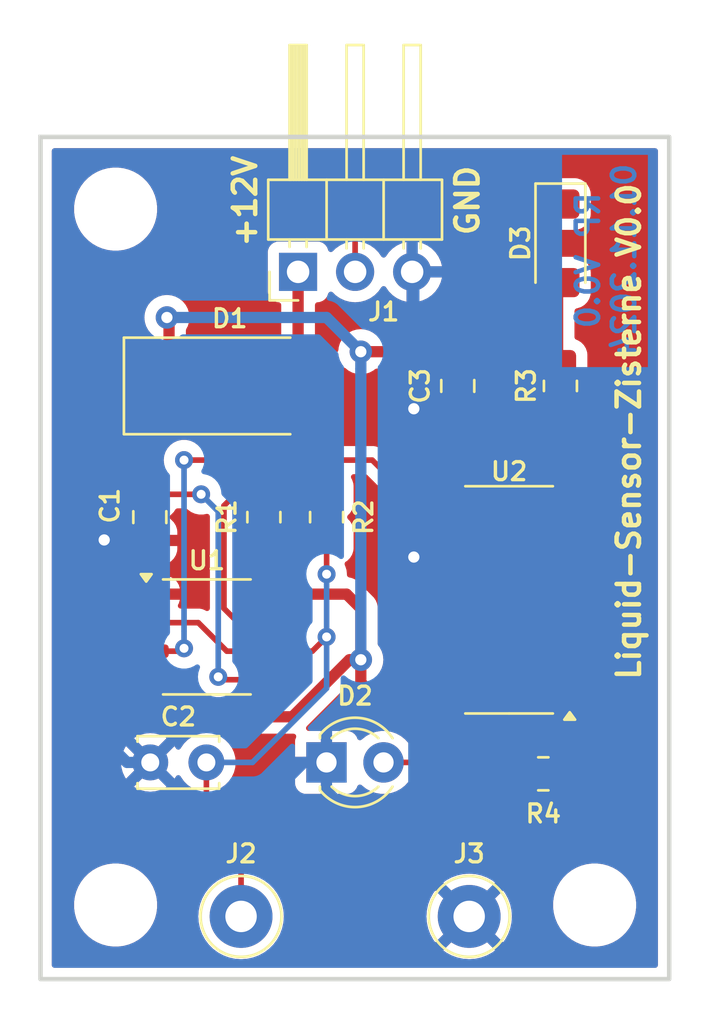
<source format=kicad_pcb>
(kicad_pcb (version 20240108) (generator "pcbnew") (generator_version "8.0")
  (layers (0 "F.Cu" signal) (31 "B.Cu" signal) (34 "B.Paste" user) (35 "F.Paste" user) (36 "B.SilkS" user "B.Silkscreen") (37 "F.SilkS" user "F.Silkscreen") (38 "B.Mask" user) (39 "F.Mask" user) (44 "Edge.Cuts" user))
  (net 0 "")
  (net 1 "Net-(U1-CV)")
  (net 2 "GND")
  (net 3 "Net-(J2-Pin_1)")
  (net 4 "+12V")
  (net 5 "Net-(D1-A)")
  (net 6 "Net-(D2-A)")
  (net 7 "/f_Out_x\\16")
  (net 8 "Net-(U1-DIS)")
  (net 9 "Net-(U2-Q3)")
  (net 10 "Net-(U2-Q11)")
  (net 11 "/f_Out")
  (net 22 "Net-(D3-A)")
  (footprint "Resistor_SMD:R_0805_2012Metric_Pad1.20x1.40mm_HandSolder" (layer "F.Cu") (at 167.894 86.36)
    (property "Reference" "R4" (at 0 1.778 0) (layer "F.SilkS") (effects (font (size 0.8 0.8))))
    (property "Value" "10k")
    (fp_line (start -0.227064 -0.735) (end 0.227064 -0.735) (stroke (width 0.12)) (layer "F.SilkS"))
    (fp_line (start -0.227064 0.735) (end 0.227064 0.735) (stroke (width 0.12)) (layer "F.SilkS"))
    (pad "1" smd roundrect (at -1 0) (size 1.2 1.4) (layers "F.Cu" "F.Paste" "F.Mask") (roundrect_rratio 0.208333) (net 6 "Net-(D2-A)"))
    (pad "2" smd roundrect (at 1 0) (size 1.2 1.4) (layers "F.Cu" "F.Paste" "F.Mask") (roundrect_rratio 0.208333) (net 10 "Net-(U2-Q11)"))
  )
  (footprint "Diode_SMD:D_MiniMELF" (layer "F.Cu") (at 168.656 62.738 -90)
    (property "Reference" "D3" (at 0 1.778 90) (layer "F.SilkS") (effects (font (size 0.8 0.8))))
    (property "Value" "LL101A-GS08")
    (fp_line (start -2.66 1.11) (end 1.75 1.11) (stroke (width 0.12)) (layer "F.SilkS"))
    (fp_line (start -2.66 -1.11) (end -2.66 1.11) (stroke (width 0.12)) (layer "F.SilkS"))
    (fp_line (start 1.75 -1.11) (end -2.66 -1.11) (stroke (width 0.12)) (layer "F.SilkS"))
    (pad "1" smd roundrect (at -1.75 0 270) (size 1.3 1.7) (layers "F.Cu" "F.Paste" "F.Mask") (roundrect_rratio 0.1923076923) (net 7 "/f_Out_x\\16"))
    (pad "2" smd roundrect (at 1.75 0 270) (size 1.3 1.7) (layers "F.Cu" "F.Paste" "F.Mask") (roundrect_rratio 0.1923076923) (net 22 "Net-(D3-A)"))
  )
  (footprint "TestPoint:TestPoint_Loop_D3.50mm_Drill1.4mm_Beaded" (layer "F.Cu") (at 164.592 92.71)
    (property "Reference" "J3" (at 0 -2.794 0) (layer "F.SilkS") (effects (font (size 0.8 0.8))))
    (property "Value" "Conn_01x01_Female")
    (fp_circle (center 0 0) (end 1.8 0) (stroke (width 0.12)) (fill none) (layer "F.SilkS"))
    (pad "1" thru_hole circle (at 0 0) (size 2.8 2.8) (drill 1.4) (layers "*.Cu" "*.Mask") (net 2 "GND"))
  )
  (footprint "Capacitor_SMD:C_0805_2012Metric_Pad1.18x1.45mm_HandSolder" (layer "F.Cu") (at 164.084 69.088 90)
    (property "Reference" "C3" (at 0 -1.68 -90) (layer "F.SilkS") (effects (font (size 0.8 0.8))))
    (property "Value" "100n")
    (fp_line (start -0.261252 -0.735) (end 0.261252 -0.735) (stroke (width 0.12)) (layer "F.SilkS"))
    (fp_line (start -0.261252 0.735) (end 0.261252 0.735) (stroke (width 0.12)) (layer "F.SilkS"))
    (pad "1" smd roundrect (at -1.0375 0 90) (size 1.175 1.45) (layers "F.Cu" "F.Paste" "F.Mask") (roundrect_rratio 0.212766) (net 2 "GND"))
    (pad "2" smd roundrect (at 1.0375 0 90) (size 1.175 1.45) (layers "F.Cu" "F.Paste" "F.Mask") (roundrect_rratio 0.212766) (net 4 "+12V"))
  )
  (footprint "Diode_SMD:D_SMB_Handsoldering" (layer "F.Cu") (at 153.924 69.088)
    (property "Reference" "D1" (at 0 -3 0) (layer "F.SilkS") (effects (font (size 0.8 0.8))))
    (property "Value" "SS310B")
    (fp_line (start -4.71 -2.15) (end -4.71 2.15) (stroke (width 0.12)) (layer "F.SilkS"))
    (fp_line (start -4.71 -2.15) (end 2.7 -2.15) (stroke (width 0.12)) (layer "F.SilkS"))
    (fp_line (start -4.71 2.15) (end 2.7 2.15) (stroke (width 0.12)) (layer "F.SilkS"))
    (pad "1" smd roundrect (at -2.7 0) (size 3.5 2.3) (layers "F.Cu" "F.Paste" "F.Mask") (roundrect_rratio 0.1086956522) (net 4 "+12V"))
    (pad "2" smd roundrect (at 2.7 0) (size 3.5 2.3) (layers "F.Cu" "F.Paste" "F.Mask") (roundrect_rratio 0.1086956522) (net 5 "Net-(D1-A)"))
  )
  (footprint "Connector_PinHeader_2.54mm:PinHeader_1x03_P2.54mm_Horizontal" (layer "F.Cu") (at 156.972 64.008 90)
    (property "Reference" "J1" (at -1.778 3.81 0) (layer "F.SilkS") (effects (font (size 0.8 0.8))))
    (property "Value" "Conn_01x03_Female")
    (fp_line (start 4.1 -1.33) (end 1.44 -1.33) (stroke (width 0.12)) (layer "F.SilkS"))
    (fp_line (start 1.44 -1.33) (end 1.44 6.41) (stroke (width 0.12)) (layer "F.SilkS"))
    (fp_line (start -1.27 -1.27) (end 0 -1.27) (stroke (width 0.12)) (layer "F.SilkS"))
    (fp_line (start 10.1 -0.38) (end 10.1 0.38) (stroke (width 0.12)) (layer "F.SilkS"))
    (fp_line (start 4.1 -0.38) (end 10.1 -0.38) (stroke (width 0.12)) (layer "F.SilkS"))
    (fp_line (start 1.11 -0.38) (end 1.44 -0.38) (stroke (width 0.12)) (layer "F.SilkS"))
    (fp_line (start 4.1 -0.32) (end 10.1 -0.32) (stroke (width 0.12)) (layer "F.SilkS"))
    (fp_line (start 4.1 -0.2) (end 10.1 -0.2) (stroke (width 0.12)) (layer "F.SilkS"))
    (fp_line (start 4.1 -0.08) (end 10.1 -0.08) (stroke (width 0.12)) (layer "F.SilkS"))
    (fp_line (start -1.27 0) (end -1.27 -1.27) (stroke (width 0.12)) (layer "F.SilkS"))
    (fp_line (start 4.1 0.04) (end 10.1 0.04) (stroke (width 0.12)) (layer "F.SilkS"))
    (fp_line (start 4.1 0.16) (end 10.1 0.16) (stroke (width 0.12)) (layer "F.SilkS"))
    (fp_line (start 4.1 0.28) (end 10.1 0.28) (stroke (width 0.12)) (layer "F.SilkS"))
    (fp_line (start 10.1 0.38) (end 4.1 0.38) (stroke (width 0.12)) (layer "F.SilkS"))
    (fp_line (start 1.11 0.38) (end 1.44 0.38) (stroke (width 0.12)) (layer "F.SilkS"))
    (fp_line (start 1.44 1.27) (end 4.1 1.27) (stroke (width 0.12)) (layer "F.SilkS"))
    (fp_line (start 10.1 2.16) (end 10.1 2.92) (stroke (width 0.12)) (layer "F.SilkS"))
    (fp_line (start 4.1 2.16) (end 10.1 2.16) (stroke (width 0.12)) (layer "F.SilkS"))
    (fp_line (start 1.042929 2.16) (end 1.44 2.16) (stroke (width 0.12)) (layer "F.SilkS"))
    (fp_line (start 10.1 2.92) (end 4.1 2.92) (stroke (width 0.12)) (layer "F.SilkS"))
    (fp_line (start 1.042929 2.92) (end 1.44 2.92) (stroke (width 0.12)) (layer "F.SilkS"))
    (fp_line (start 1.44 3.81) (end 4.1 3.81) (stroke (width 0.12)) (layer "F.SilkS"))
    (fp_line (start 10.1 4.7) (end 10.1 5.46) (stroke (width 0.12)) (layer "F.SilkS"))
    (fp_line (start 4.1 4.7) (end 10.1 4.7) (stroke (width 0.12)) (layer "F.SilkS"))
    (fp_line (start 1.042929 4.7) (end 1.44 4.7) (stroke (width 0.12)) (layer "F.SilkS"))
    (fp_line (start 10.1 5.46) (end 4.1 5.46) (stroke (width 0.12)) (layer "F.SilkS"))
    (fp_line (start 1.042929 5.46) (end 1.44 5.46) (stroke (width 0.12)) (layer "F.SilkS"))
    (fp_line (start 4.1 6.41) (end 4.1 -1.33) (stroke (width 0.12)) (layer "F.SilkS"))
    (fp_line (start 1.44 6.41) (end 4.1 6.41) (stroke (width 0.12)) (layer "F.SilkS"))
    (pad "1" thru_hole rect (at 0 0 90) (size 1.7 1.7) (drill 1) (layers "*.Cu" "*.Mask") (net 5 "Net-(D1-A)"))
    (pad "2" thru_hole oval (at 0 2.54 90) (size 1.7 1.7) (drill 1) (layers "*.Cu" "*.Mask") (net 7 "/f_Out_x\\16"))
    (pad "3" thru_hole oval (at 0 5.08 90) (size 1.7 1.7) (drill 1) (layers "*.Cu" "*.Mask") (net 2 "GND"))
  )
  (footprint "Resistor_SMD:R_0805_2012Metric_Pad1.20x1.40mm_HandSolder" (layer "F.Cu") (at 155.448 74.93 90)
    (property "Reference" "R1" (at 0 -1.65 -90) (layer "F.SilkS") (effects (font (size 0.8 0.8))))
    (property "Value" "47k")
    (fp_line (start -0.227064 -0.735) (end 0.227064 -0.735) (stroke (width 0.12)) (layer "F.SilkS"))
    (fp_line (start -0.227064 0.735) (end 0.227064 0.735) (stroke (width 0.12)) (layer "F.SilkS"))
    (pad "1" smd roundrect (at -1 0 90) (size 1.2 1.4) (layers "F.Cu" "F.Paste" "F.Mask") (roundrect_rratio 0.208333) (net 4 "+12V"))
    (pad "2" smd roundrect (at 1 0 90) (size 1.2 1.4) (layers "F.Cu" "F.Paste" "F.Mask") (roundrect_rratio 0.208333) (net 8 "Net-(U1-DIS)"))
  )
  (footprint "Resistor_SMD:R_0805_2012Metric_Pad1.20x1.40mm_HandSolder" (layer "F.Cu") (at 158.242 74.93 -90)
    (property "Reference" "R2" (at 0 -1.65 90) (layer "F.SilkS") (effects (font (size 0.8 0.8))))
    (property "Value" "1M")
    (fp_line (start -0.227064 0.735) (end 0.227064 0.735) (stroke (width 0.12)) (layer "F.SilkS"))
    (fp_line (start -0.227064 -0.735) (end 0.227064 -0.735) (stroke (width 0.12)) (layer "F.SilkS"))
    (pad "1" smd roundrect (at -1 0 270) (size 1.2 1.4) (layers "F.Cu" "F.Paste" "F.Mask") (roundrect_rratio 0.208333) (net 8 "Net-(U1-DIS)"))
    (pad "2" smd roundrect (at 1 0 270) (size 1.2 1.4) (layers "F.Cu" "F.Paste" "F.Mask") (roundrect_rratio 0.208333) (net 3 "Net-(J2-Pin_1)"))
  )
  (footprint "MountingHole:MountingHole_3.2mm_M3_DIN965" (layer "F.Cu") (at 148.844 92.202)
    (property "Reference" "H2" (hide yes))
    (property "Value" "MountingHole")
    (pad "" np_thru_hole circle (at 0 0) (size 3.2 3.2) (drill 3.2) (layers "*.Cu" "*.Mask"))
  )
  (footprint "TestPoint:TestPoint_Loop_D3.50mm_Drill1.4mm_Beaded" (layer "F.Cu") (at 154.432 92.71)
    (property "Reference" "J2" (at 0 -2.794 0) (layer "F.SilkS") (effects (font (size 0.8 0.8))))
    (property "Value" "Conn_01x01_Female")
    (fp_circle (center 0 0) (end 1.8 0) (stroke (width 0.12)) (fill none) (layer "F.SilkS"))
    (pad "1" thru_hole circle (at 0 0) (size 2.8 2.8) (drill 1.4) (layers "*.Cu" "*.Mask") (net 3 "Net-(J2-Pin_1)"))
  )
  (footprint "LED_THT:LED_D3.0mm" (layer "F.Cu") (at 158.237 85.852)
    (property "Reference" "D2" (at 1.27 -2.96 0) (layer "F.SilkS") (effects (font (size 0.8 0.8))))
    (property "Value" "LC_red")
    (fp_line (start -0.29 -1.236) (end -0.29 -1.08) (stroke (width 0.12)) (layer "F.SilkS"))
    (fp_line (start -0.29 1.08) (end -0.29 1.236) (stroke (width 0.12)) (layer "F.SilkS"))
    (fp_arc (start -0.29 -1.235516) (mid 1.366487 -1.987659) (end 2.942335 -1.078608) (stroke (width 0.12)) (layer "F.SilkS"))
    (fp_arc (start 0.229039 -1.08) (mid 1.270117 -1.5) (end 2.31113 -1.079837) (stroke (width 0.12)) (layer "F.SilkS"))
    (fp_arc (start 2.31113 1.079837) (mid 1.270117 1.5) (end 0.229039 1.08) (stroke (width 0.12)) (layer "F.SilkS"))
    (fp_arc (start 2.942335 1.078608) (mid 1.366487 1.987659) (end -0.29 1.235516) (stroke (width 0.12)) (layer "F.SilkS"))
    (pad "1" thru_hole rect (at 0 0) (size 1.8 1.8) (drill 0.9) (layers "*.Cu" "*.Mask") (net 2 "GND"))
    (pad "2" thru_hole circle (at 2.54 0) (size 1.8 1.8) (drill 0.9) (layers "*.Cu" "*.Mask") (net 6 "Net-(D2-A)"))
  )
  (footprint "Package_SO:SOIC-16_3.9x9.9mm_P1.27mm" (layer "F.Cu") (at 166.37 78.613 180)
    (property "Reference" "U2" (at 0 5.715 180) (layer "F.SilkS") (effects (font (size 0.8 0.8))))
    (property "Value" "4040")
    (fp_line (start 0 5.06) (end 1.95 5.06) (stroke (width 0.12)) (layer "F.SilkS"))
    (fp_line (start 0 5.06) (end -1.95 5.06) (stroke (width 0.12)) (layer "F.SilkS"))
    (fp_line (start 0 -5.06) (end 1.95 -5.06) (stroke (width 0.12)) (layer "F.SilkS"))
    (fp_line (start 0 -5.06) (end -1.95 -5.06) (stroke (width 0.12)) (layer "F.SilkS"))
    (fp_poly (pts (xy -2.7 -5.005) (xy -2.94 -5.335) (xy -2.46 -5.335) (xy -2.7 -5.005)) (stroke (width 0.12)) (fill solid) (layer "F.SilkS"))
    (pad "1" smd roundrect (at -2.475 -4.445 180) (size 1.95 0.6) (layers "F.Cu" "F.Paste" "F.Mask") (net 10 "Net-(U2-Q11)"))
    (pad "2" smd roundrect (at -2.475 -3.175 180) (size 1.95 0.6) (layers "F.Cu" "F.Paste" "F.Mask"))
    (pad "3" smd roundrect (at -2.475 -1.905 180) (size 1.95 0.6) (layers "F.Cu" "F.Paste" "F.Mask"))
    (pad "4" smd roundrect (at -2.475 -0.635 180) (size 1.95 0.6) (layers "F.Cu" "F.Paste" "F.Mask"))
    (pad "5" smd roundrect (at -2.475 0.635 180) (size 1.95 0.6) (layers "F.Cu" "F.Paste" "F.Mask") (net 9 "Net-(U2-Q3)"))
    (pad "6" smd roundrect (at -2.475 1.905 180) (size 1.95 0.6) (layers "F.Cu" "F.Paste" "F.Mask"))
    (pad "7" smd roundrect (at -2.475 3.175 180) (size 1.95 0.6) (layers "F.Cu" "F.Paste" "F.Mask"))
    (pad "8" smd roundrect (at -2.475 4.445 180) (size 1.95 0.6) (layers "F.Cu" "F.Paste" "F.Mask") (net 2 "GND"))
    (pad "9" smd roundrect (at 2.475 4.445 180) (size 1.95 0.6) (layers "F.Cu" "F.Paste" "F.Mask"))
    (pad "10" smd roundrect (at 2.475 3.175 180) (size 1.95 0.6) (layers "F.Cu" "F.Paste" "F.Mask") (net 11 "/f_Out"))
    (pad "11" smd roundrect (at 2.475 1.905 180) (size 1.95 0.6) (layers "F.Cu" "F.Paste" "F.Mask") (net 2 "GND"))
    (pad "12" smd roundrect (at 2.475 0.635 180) (size 1.95 0.6) (layers "F.Cu" "F.Paste" "F.Mask"))
    (pad "13" smd roundrect (at 2.475 -0.635 180) (size 1.95 0.6) (layers "F.Cu" "F.Paste" "F.Mask"))
    (pad "14" smd roundrect (at 2.475 -1.905 180) (size 1.95 0.6) (layers "F.Cu" "F.Paste" "F.Mask"))
    (pad "15" smd roundrect (at 2.475 -3.175 180) (size 1.95 0.6) (layers "F.Cu" "F.Paste" "F.Mask"))
    (pad "16" smd roundrect (at 2.475 -4.445 180) (size 1.95 0.6) (layers "F.Cu" "F.Paste" "F.Mask") (net 4 "+12V"))
  )
  (footprint "MountingHole:MountingHole_3.2mm_M3_DIN965" (layer "F.Cu") (at 170.18 92.202)
    (property "Reference" "H3" (hide yes))
    (property "Value" "MountingHole")
    (pad "" np_thru_hole circle (at 0 0) (size 3.2 3.2) (drill 3.2) (layers "*.Cu" "*.Mask"))
  )
  (footprint "Capacitor_SMD:C_0805_2012Metric_Pad1.18x1.45mm_HandSolder" (layer "F.Cu") (at 150.368 74.93 -90)
    (property "Reference" "C1" (at -0.508 1.778 90) (layer "F.SilkS") (effects (font (size 0.8 0.8))))
    (property "Value" "100n")
    (fp_line (start -0.261252 0.735) (end 0.261252 0.735) (stroke (width 0.12)) (layer "F.SilkS"))
    (fp_line (start -0.261252 -0.735) (end 0.261252 -0.735) (stroke (width 0.12)) (layer "F.SilkS"))
    (pad "1" smd roundrect (at -1.0375 0 270) (size 1.175 1.45) (layers "F.Cu" "F.Paste" "F.Mask") (roundrect_rratio 0.212766) (net 1 "Net-(U1-CV)"))
    (pad "2" smd roundrect (at 1.0375 0 270) (size 1.175 1.45) (layers "F.Cu" "F.Paste" "F.Mask") (roundrect_rratio 0.212766) (net 2 "GND"))
  )
  (footprint "Capacitor_THT:C_Disc_D3.4mm_W2.1mm_P2.50mm" (layer "F.Cu") (at 150.388 85.852)
    (property "Reference" "C2" (at 1.25 -2.032 0) (layer "F.SilkS") (effects (font (size 0.8 0.8))))
    (property "Value" "33p")
    (fp_line (start -0.57 -1.17) (end -0.57 -0.925) (stroke (width 0.12)) (layer "F.SilkS"))
    (fp_line (start -0.57 -1.17) (end 3.07 -1.17) (stroke (width 0.12)) (layer "F.SilkS"))
    (fp_line (start -0.57 0.925) (end -0.57 1.17) (stroke (width 0.12)) (layer "F.SilkS"))
    (fp_line (start -0.57 1.17) (end 3.07 1.17) (stroke (width 0.12)) (layer "F.SilkS"))
    (fp_line (start 3.07 -1.17) (end 3.07 -0.925) (stroke (width 0.12)) (layer "F.SilkS"))
    (fp_line (start 3.07 0.925) (end 3.07 1.17) (stroke (width 0.12)) (layer "F.SilkS"))
    (pad "1" thru_hole circle (at 0 0) (size 1.6 1.6) (drill 0.8) (layers "*.Cu" "*.Mask") (net 2 "GND"))
    (pad "2" thru_hole circle (at 2.5 0) (size 1.6 1.6) (drill 0.8) (layers "*.Cu" "*.Mask") (net 3 "Net-(J2-Pin_1)"))
  )
  (footprint "Resistor_SMD:R_0805_2012Metric_Pad1.20x1.40mm_HandSolder" (layer "F.Cu") (at 168.656 69.088 -90)
    (property "Reference" "R3" (at 0 1.524 90) (layer "F.SilkS") (effects (font (size 0.8 0.8))))
    (property "Value" "10k")
    (fp_line (start -0.227064 0.735) (end 0.227064 0.735) (stroke (width 0.12)) (layer "F.SilkS"))
    (fp_line (start -0.227064 -0.735) (end 0.227064 -0.735) (stroke (width 0.12)) (layer "F.SilkS"))
    (pad "1" smd roundrect (at -1 0 270) (size 1.2 1.4) (layers "F.Cu" "F.Paste" "F.Mask") (roundrect_rratio 0.208333) (net 22 "Net-(D3-A)"))
    (pad "2" smd roundrect (at 1 0 270) (size 1.2 1.4) (layers "F.Cu" "F.Paste" "F.Mask") (roundrect_rratio 0.208333) (net 9 "Net-(U2-Q3)"))
  )
  (footprint "MountingHole:MountingHole_3.2mm_M3_DIN965" (layer "F.Cu") (at 148.844 61.214)
    (property "Reference" "H1" (hide yes))
    (property "Value" "MountingHole")
    (pad "" np_thru_hole circle (at 0 0) (size 3.2 3.2) (drill 3.2) (layers "*.Cu" "*.Mask"))
  )
  (footprint "Package_SO:SO-8_3.9x4.9mm_P1.27mm" (layer "F.Cu") (at 152.908 80.264)
    (property "Reference" "U1" (at 0 -3.4 0) (layer "F.SilkS") (effects (font (size 0.8 0.8))))
    (property "Value" "NE555P")
    (fp_line (start 0 -2.56) (end -1.95 -2.56) (stroke (width 0.12)) (layer "F.SilkS"))
    (fp_line (start 0 -2.56) (end 1.95 -2.56) (stroke (width 0.12)) (layer "F.SilkS"))
    (fp_line (start 0 2.56) (end -1.95 2.56) (stroke (width 0.12)) (layer "F.SilkS"))
    (fp_line (start 0 2.56) (end 1.95 2.56) (stroke (width 0.12)) (layer "F.SilkS"))
    (fp_poly (pts (xy -2.7 -2.465) (xy -2.94 -2.795) (xy -2.46 -2.795) (xy -2.7 -2.465)) (stroke (width 0.12)) (fill solid) (layer "F.SilkS"))
    (pad "1" smd roundrect (at -2.575 -1.905) (size 1.75 0.6) (layers "F.Cu" "F.Paste" "F.Mask") (net 2 "GND"))
    (pad "2" smd roundrect (at -2.575 -0.635) (size 1.75 0.6) (layers "F.Cu" "F.Paste" "F.Mask") (net 3 "Net-(J2-Pin_1)"))
    (pad "3" smd roundrect (at -2.575 0.635) (size 1.75 0.6) (layers "F.Cu" "F.Paste" "F.Mask") (net 11 "/f_Out"))
    (pad "4" smd roundrect (at -2.575 1.905) (size 1.75 0.6) (layers "F.Cu" "F.Paste" "F.Mask") (net 4 "+12V"))
    (pad "5" smd roundrect (at 2.575 1.905) (size 1.75 0.6) (layers "F.Cu" "F.Paste" "F.Mask") (net 1 "Net-(U1-CV)"))
    (pad "6" smd roundrect (at 2.575 0.635) (size 1.75 0.6) (layers "F.Cu" "F.Paste" "F.Mask") (net 3 "Net-(J2-Pin_1)"))
    (pad "7" smd roundrect (at 2.575 -0.635) (size 1.75 0.6) (layers "F.Cu" "F.Paste" "F.Mask") (net 8 "Net-(U1-DIS)"))
    (pad "8" smd roundrect (at 2.575 -1.905) (size 1.75 0.6) (layers "F.Cu" "F.Paste" "F.Mask") (net 4 "+12V"))
  )
  (gr_rect (start 145.5 58) (end 173.5 95.5) (stroke (width 0.2)) (fill none) (layer "Edge.Cuts"))
  (gr_text "RP V0.0\n01.11.2024" (at 170.688 63.5 90) (layer "B.Cu") (effects (font (size 1 1) (thickness 0.2) (bold yes)) (justify mirror)))
  (gr_text "+12V" (at 155.194 62.992 90) (layer "F.SilkS") (effects (font (size 1 1) (thickness 0.2) (bold yes)) (justify left bottom)))
  (gr_text "Liquid-Sensor-Zisterne V0.0" (at 171.704 71.12 90) (layer "F.SilkS") (effects (font (size 1 1) (thickness 0.2) (bold yes))))
  (gr_text "GND" (at 165.1 62.484 90) (layer "F.SilkS") (effects (font (size 1 1) (thickness 0.2) (bold yes)) (justify left bottom)))
  (segment (start 155.483 82.169) (end 153.543 82.169) (width 0.25) (layer "F.Cu") (net 1))
  (segment (start 152.654 73.914) (end 150.3895 73.914) (width 0.25) (layer "F.Cu") (net 1))
  (segment (start 150.3895 73.914) (end 150.368 73.8925) (width 0.25) (layer "F.Cu") (net 1))
  (segment (start 153.543 82.169) (end 153.416 82.042) (width 0.25) (layer "F.Cu") (net 1))
  (via (at 153.416 82.042) (size 0.8) (drill 0.4) (layers "F.Cu" "B.Cu") (net 1))
  (via (at 152.654 73.914) (size 0.8) (drill 0.4) (layers "F.Cu" "B.Cu") (net 1))
  (segment (start 153.416 74.676) (end 152.654 73.914) (width 0.25) (layer "B.Cu") (net 1))
  (segment (start 153.416 82.042) (end 153.416 74.676) (width 0.25) (layer "B.Cu") (net 1))
  (segment (start 166.624 74.168) (end 166.37 73.914) (width 0.5) (layer "F.Cu") (net 2))
  (segment (start 150.368 75.9675) (end 150.368 78.324) (width 0.5) (layer "F.Cu") (net 2))
  (segment (start 150.368 78.324) (end 150.333 78.359) (width 0.5) (layer "F.Cu") (net 2))
  (segment (start 165.862 72.39) (end 164.846 72.39) (width 0.5) (layer "F.Cu") (net 2))
  (segment (start 162.127 76.708) (end 163.895 76.708) (width 0.5) (layer "F.Cu") (net 2))
  (segment (start 164.0625 70.104) (end 164.084 70.1255) (width 0.5) (layer "F.Cu") (net 2))
  (segment (start 166.37 73.914) (end 166.37 72.898) (width 0.5) (layer "F.Cu") (net 2))
  (segment (start 162.127 70.104) (end 164.0625 70.104) (width 0.5) (layer "F.Cu") (net 2))
  (segment (start 164.084 71.628) (end 164.084 70.1255) (width 0.5) (layer "F.Cu") (net 2))
  (segment (start 168.845 74.168) (end 166.624 74.168) (width 0.5) (layer "F.Cu") (net 2))
  (segment (start 148.336 75.946) (end 150.3465 75.946) (width 0.5) (layer "F.Cu") (net 2))
  (segment (start 164.846 72.39) (end 164.084 71.628) (width 0.5) (layer "F.Cu") (net 2))
  (segment (start 166.37 72.898) (end 165.862 72.39) (width 0.5) (layer "F.Cu") (net 2))
  (segment (start 150.3465 75.946) (end 150.368 75.9675) (width 0.5) (layer "F.Cu") (net 2))
  (via (at 162.127 76.708) (size 1) (drill 0.5) (layers "F.Cu" "B.Cu") (net 2))
  (via (at 148.336 75.946) (size 1) (drill 0.5) (layers "F.Cu" "B.Cu") (net 2))
  (via (at 162.127 70.104) (size 1) (drill 0.5) (layers "F.Cu" "B.Cu") (net 2))
  (segment (start 162.052 64.008) (end 162.127 64.083) (width 0.5) (layer "B.Cu") (net 2))
  (segment (start 157.226 85.852) (end 158.237 85.852) (width 0.5) (layer "B.Cu") (net 2))
  (segment (start 162.127 87.63) (end 158.75 87.63) (width 0.5) (layer "B.Cu") (net 2))
  (segment (start 155.448 87.63) (end 157.226 85.852) (width 0.5) (layer "B.Cu") (net 2))
  (segment (start 162.127 64.083) (end 162.127 87.63) (width 0.5) (layer "B.Cu") (net 2))
  (segment (start 158.75 87.63) (end 158.237 87.117) (width 0.5) (layer "B.Cu") (net 2))
  (segment (start 150.388 85.852) (end 152.166 87.63) (width 0.5) (layer "B.Cu") (net 2))
  (segment (start 148.844 85.344) (end 148.844 76.454) (width 0.5) (layer "B.Cu") (net 2))
  (segment (start 149.352 85.852) (end 148.844 85.344) (width 0.5) (layer "B.Cu") (net 2))
  (segment (start 148.844 76.454) (end 148.336 75.946) (width 0.5) (layer "B.Cu") (net 2))
  (segment (start 162.127 90.245) (end 164.592 92.71) (width 0.5) (layer "B.Cu") (net 2))
  (segment (start 152.166 87.63) (end 155.448 87.63) (width 0.5) (layer "B.Cu") (net 2))
  (segment (start 158.237 87.117) (end 158.237 85.852) (width 0.5) (layer "B.Cu") (net 2))
  (segment (start 162.127 87.63) (end 162.127 90.245) (width 0.5) (layer "B.Cu") (net 2))
  (segment (start 150.388 85.852) (end 149.352 85.852) (width 0.5) (layer "B.Cu") (net 2))
  (segment (start 153.797 80.899) (end 155.483 80.899) (width 0.25) (layer "F.Cu") (net 3))
  (segment (start 152.888 85.852) (end 152.888 88.372) (width 0.25) (layer "F.Cu") (net 3))
  (segment (start 157.607 80.899) (end 158.242 80.264) (width 0.25) (layer "F.Cu") (net 3))
  (segment (start 150.333 79.629) (end 152.527 79.629) (width 0.25) (layer "F.Cu") (net 3))
  (segment (start 152.888 88.372) (end 154.432 89.916) (width 0.25) (layer "F.Cu") (net 3))
  (segment (start 152.527 79.629) (end 153.797 80.899) (width 0.25) (layer "F.Cu") (net 3))
  (segment (start 155.483 80.899) (end 157.607 80.899) (width 0.25) (layer "F.Cu") (net 3))
  (segment (start 158.242 77.47) (end 158.242 75.93) (width 0.25) (layer "F.Cu") (net 3))
  (segment (start 154.432 89.916) (end 154.432 92.71) (width 0.25) (layer "F.Cu") (net 3))
  (via (at 158.242 77.47) (size 0.8) (drill 0.4) (layers "F.Cu" "B.Cu") (net 3))
  (via (at 158.242 80.264) (size 0.8) (drill 0.4) (layers "F.Cu" "B.Cu") (net 3))
  (segment (start 158.242 82.55) (end 154.94 85.852) (width 0.25) (layer "B.Cu") (net 3))
  (segment (start 158.242 80.264) (end 158.242 77.47) (width 0.25) (layer "B.Cu") (net 3))
  (segment (start 154.94 85.852) (end 152.888 85.852) (width 0.25) (layer "B.Cu") (net 3))
  (segment (start 158.242 80.264) (end 158.242 82.55) (width 0.25) (layer "B.Cu") (net 3))
  (segment (start 155.448 78.324) (end 155.483 78.359) (width 0.5) (layer "F.Cu") (net 4))
  (segment (start 153.416 83.82) (end 156.718 83.82) (width 0.5) (layer "F.Cu") (net 4))
  (segment (start 159.131 78.359) (end 159.766 78.994) (width 0.5) (layer "F.Cu") (net 4))
  (segment (start 159.766 67.564) (end 163.5975 67.564) (width 0.5) (layer "F.Cu") (net 4))
  (segment (start 151.224 69.088) (end 151.224 66.134) (width 0.5) (layer "F.Cu") (net 4))
  (segment (start 159.766 78.994) (end 159.766 81.28) (width 0.5) (layer "F.Cu") (net 4))
  (segment (start 159.766 82.296) (end 160.528 83.058) (width 0.5) (layer "F.Cu") (net 4))
  (segment (start 151.224 66.134) (end 151.13 66.04) (width 0.5) (layer "F.Cu") (net 4))
  (segment (start 163.5975 67.564) (end 164.084 68.0505) (width 0.5) (layer "F.Cu") (net 4))
  (segment (start 159.258 81.28) (end 159.766 81.28) (width 0.5) (layer "F.Cu") (net 4))
  (segment (start 150.333 82.169) (end 151.765 82.169) (width 0.5) (layer "F.Cu") (net 4))
  (segment (start 155.448 75.93) (end 155.448 78.324) (width 0.5) (layer "F.Cu") (net 4))
  (segment (start 160.528 83.058) (end 163.895 83.058) (width 0.5) (layer "F.Cu") (net 4))
  (segment (start 151.765 82.169) (end 153.416 83.82) (width 0.5) (layer "F.Cu") (net 4))
  (segment (start 155.483 78.359) (end 159.131 78.359) (width 0.5) (layer "F.Cu") (net 4))
  (segment (start 159.766 81.28) (end 159.766 82.296) (width 0.5) (layer "F.Cu") (net 4))
  (segment (start 156.718 83.82) (end 159.258 81.28) (width 0.5) (layer "F.Cu") (net 4))
  (via (at 159.766 67.564) (size 1) (drill 0.5) (layers "F.Cu" "B.Cu") (net 4))
  (via (at 159.766 81.28) (size 1) (drill 0.5) (layers "F.Cu" "B.Cu") (net 4))
  (via (at 151.13 66.04) (size 1) (drill 0.5) (layers "F.Cu" "B.Cu") (net 4))
  (segment (start 159.766 68.326) (end 159.766 81.28) (width 0.5) (layer "B.Cu") (net 4))
  (segment (start 151.13 66.04) (end 158.242 66.04) (width 0.5) (layer "B.Cu") (net 4))
  (segment (start 158.242 66.04) (end 159.766 67.564) (width 0.5) (layer "B.Cu") (net 4))
  (segment (start 159.766 67.564) (end 159.766 68.326) (width 0.5) (layer "B.Cu") (net 4))
  (segment (start 156.972 68.74) (end 156.624 69.088) (width 0.5) (layer "F.Cu") (net 5))
  (segment (start 156.972 64.008) (end 156.972 68.74) (width 0.5) (layer "F.Cu") (net 5))
  (segment (start 164.084 86.36) (end 166.894 86.36) (width 0.25) (layer "F.Cu") (net 6))
  (segment (start 160.777 85.852) (end 163.576 85.852) (width 0.25) (layer "F.Cu") (net 6))
  (segment (start 163.576 85.852) (end 164.084 86.36) (width 0.25) (layer "F.Cu") (net 6))
  (segment (start 159.512 64.008) (end 159.512 61.468) (width 0.25) (layer "F.Cu") (net 7))
  (segment (start 159.512 61.468) (end 160.02 60.96) (width 0.25) (layer "F.Cu") (net 7))
  (segment (start 160.048 60.988) (end 168.656 60.988) (width 0.25) (layer "F.Cu") (net 7))
  (segment (start 160.02 60.96) (end 160.048 60.988) (width 0.25) (layer "F.Cu") (net 7))
  (segment (start 154.305 79.629) (end 153.67 78.994) (width 0.25) (layer "F.Cu") (net 8))
  (segment (start 153.67 78.994) (end 153.67 74.422) (width 0.25) (layer "F.Cu") (net 8))
  (segment (start 153.67 74.422) (end 154.178 73.914) (width 0.25) (layer "F.Cu") (net 8))
  (segment (start 154.194 73.93) (end 155.448 73.93) (width 0.25) (layer "F.Cu") (net 8))
  (segment (start 154.178 73.914) (end 154.194 73.93) (width 0.25) (layer "F.Cu") (net 8))
  (segment (start 155.483 79.629) (end 154.305 79.629) (width 0.25) (layer "F.Cu") (net 8))
  (segment (start 158.242 73.93) (end 155.448 73.93) (width 0.25) (layer "F.Cu") (net 8))
  (segment (start 170.688 77.724) (end 170.688 70.612) (width 0.25) (layer "F.Cu") (net 9))
  (segment (start 170.688 70.612) (end 170.18 70.104) (width 0.25) (layer "F.Cu") (net 9))
  (segment (start 170.434 77.978) (end 170.688 77.724) (width 0.25) (layer "F.Cu") (net 9))
  (segment (start 168.845 77.978) (end 170.434 77.978) (width 0.25) (layer "F.Cu") (net 9))
  (segment (start 170.18 70.104) (end 169.672 70.104) (width 0.25) (layer "F.Cu") (net 9))
  (segment (start 169.672 70.104) (end 169.656 70.088) (width 0.25) (layer "F.Cu") (net 9))
  (segment (start 169.656 70.088) (end 168.656 70.088) (width 0.25) (layer "F.Cu") (net 9))
  (segment (start 168.894 83.107) (end 168.845 83.058) (width 0.25) (layer "F.Cu") (net 10))
  (segment (start 168.894 86.36) (end 168.894 83.107) (width 0.25) (layer "F.Cu") (net 10))
  (segment (start 151.892 72.39) (end 160.274 72.39) (width 0.25) (layer "F.Cu") (net 11))
  (segment (start 161.29 73.406) (end 161.29 74.676) (width 0.25) (layer "F.Cu") (net 11))
  (segment (start 162.052 75.438) (end 163.895 75.438) (width 0.25) (layer "F.Cu") (net 11))
  (segment (start 160.274 72.39) (end 161.29 73.406) (width 0.25) (layer "F.Cu") (net 11))
  (segment (start 151.765 80.899) (end 151.892 80.772) (width 0.25) (layer "F.Cu") (net 11))
  (segment (start 150.333 80.899) (end 151.765 80.899) (width 0.25) (layer "F.Cu") (net 11))
  (segment (start 161.29 74.676) (end 162.052 75.438) (width 0.25) (layer "F.Cu") (net 11))
  (via (at 151.892 72.39) (size 0.8) (drill 0.4) (layers "F.Cu" "B.Cu") (net 11))
  (via (at 151.892 80.772) (size 0.8) (drill 0.4) (layers "F.Cu" "B.Cu") (net 11))
  (segment (start 151.892 80.01) (end 151.892 72.39) (width 0.25) (layer "B.Cu") (net 11))
  (segment (start 151.892 80.772) (end 151.892 80.01) (width 0.25) (layer "B.Cu") (net 11))
  (segment (start 168.656 68.088) (end 168.656 64.488) (width 0.25) (layer "F.Cu") (net 22))
  (zone (net 2) (net_name "GND") (layers "F&B.Cu") (connect_pads (clearance 0.5)) (min_thickness 0.25) (fill yes (thermal_gap 0.5) (thermal_bridge_width 0.5))
    (polygon (pts (xy 145 57.5) (xy 175 57.5) (xy 175 97.5) (xy 145 97.5)))
  )
)
</source>
